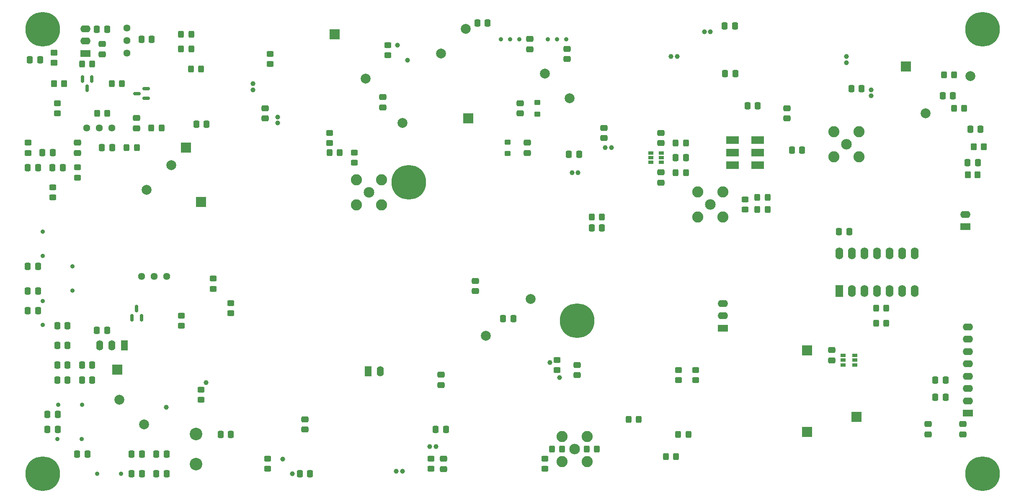
<source format=gbs>
G04 #@! TF.GenerationSoftware,KiCad,Pcbnew,6.0.2-378541a8eb~116~ubuntu20.04.1*
G04 #@! TF.CreationDate,2022-04-18T14:06:08-07:00*
G04 #@! TF.ProjectId,trx_mobo_concept_2,7472785f-6d6f-4626-9f5f-636f6e636570,rev?*
G04 #@! TF.SameCoordinates,Original*
G04 #@! TF.FileFunction,Soldermask,Bot*
G04 #@! TF.FilePolarity,Negative*
%FSLAX46Y46*%
G04 Gerber Fmt 4.6, Leading zero omitted, Abs format (unit mm)*
G04 Created by KiCad (PCBNEW 6.0.2-378541a8eb~116~ubuntu20.04.1) date 2022-04-18 14:06:08*
%MOMM*%
%LPD*%
G01*
G04 APERTURE LIST*
G04 Aperture macros list*
%AMRoundRect*
0 Rectangle with rounded corners*
0 $1 Rounding radius*
0 $2 $3 $4 $5 $6 $7 $8 $9 X,Y pos of 4 corners*
0 Add a 4 corners polygon primitive as box body*
4,1,4,$2,$3,$4,$5,$6,$7,$8,$9,$2,$3,0*
0 Add four circle primitives for the rounded corners*
1,1,$1+$1,$2,$3*
1,1,$1+$1,$4,$5*
1,1,$1+$1,$6,$7*
1,1,$1+$1,$8,$9*
0 Add four rect primitives between the rounded corners*
20,1,$1+$1,$2,$3,$4,$5,0*
20,1,$1+$1,$4,$5,$6,$7,0*
20,1,$1+$1,$6,$7,$8,$9,0*
20,1,$1+$1,$8,$9,$2,$3,0*%
G04 Aperture macros list end*
%ADD10R,2.100000X1.400000*%
%ADD11O,2.100000X1.400000*%
%ADD12RoundRect,0.250000X0.337500X0.475000X-0.337500X0.475000X-0.337500X-0.475000X0.337500X-0.475000X0*%
%ADD13RoundRect,0.250000X-0.337500X-0.475000X0.337500X-0.475000X0.337500X0.475000X-0.337500X0.475000X0*%
%ADD14C,0.800000*%
%ADD15C,7.000000*%
%ADD16C,2.150000*%
%ADD17C,2.250000*%
%ADD18O,1.400000X2.100000*%
%ADD19R,1.400000X2.100000*%
%ADD20C,2.000000*%
%ADD21C,1.000000*%
%ADD22C,1.440000*%
%ADD23R,2.032000X2.032000*%
%ADD24R,1.600000X2.400000*%
%ADD25O,1.600000X2.400000*%
%ADD26C,0.900000*%
%ADD27C,2.540000*%
%ADD28RoundRect,0.250000X0.350000X0.450000X-0.350000X0.450000X-0.350000X-0.450000X0.350000X-0.450000X0*%
%ADD29RoundRect,0.250000X-0.475000X0.337500X-0.475000X-0.337500X0.475000X-0.337500X0.475000X0.337500X0*%
%ADD30RoundRect,0.250000X0.475000X-0.337500X0.475000X0.337500X-0.475000X0.337500X-0.475000X-0.337500X0*%
%ADD31RoundRect,0.250000X0.325000X0.450000X-0.325000X0.450000X-0.325000X-0.450000X0.325000X-0.450000X0*%
%ADD32RoundRect,0.250000X0.350000X-0.275000X0.350000X0.275000X-0.350000X0.275000X-0.350000X-0.275000X0*%
%ADD33RoundRect,0.250000X-0.350000X0.275000X-0.350000X-0.275000X0.350000X-0.275000X0.350000X0.275000X0*%
%ADD34RoundRect,0.150000X-0.150000X0.587500X-0.150000X-0.587500X0.150000X-0.587500X0.150000X0.587500X0*%
%ADD35RoundRect,0.150000X0.587500X0.150000X-0.587500X0.150000X-0.587500X-0.150000X0.587500X-0.150000X0*%
%ADD36RoundRect,0.250000X-0.325000X-0.450000X0.325000X-0.450000X0.325000X0.450000X-0.325000X0.450000X0*%
%ADD37RoundRect,0.250000X0.450000X-0.325000X0.450000X0.325000X-0.450000X0.325000X-0.450000X-0.325000X0*%
%ADD38RoundRect,0.250000X-0.450000X0.325000X-0.450000X-0.325000X0.450000X-0.325000X0.450000X0.325000X0*%
%ADD39R,1.000000X0.700000*%
%ADD40R,1.060000X0.650000*%
%ADD41R,2.540000X1.650000*%
%ADD42RoundRect,0.150000X0.150000X-0.587500X0.150000X0.587500X-0.150000X0.587500X-0.150000X-0.587500X0*%
%ADD43RoundRect,0.250000X0.450000X-0.350000X0.450000X0.350000X-0.450000X0.350000X-0.450000X-0.350000X0*%
%ADD44RoundRect,0.250000X-0.350000X-0.450000X0.350000X-0.450000X0.350000X0.450000X-0.350000X0.450000X0*%
G04 APERTURE END LIST*
D10*
X63600000Y-59900000D03*
D11*
X63600000Y-54900000D03*
X63600000Y-57400000D03*
D12*
X54475000Y-61200000D03*
X52400000Y-61200000D03*
D13*
X86062500Y-74200000D03*
X88137500Y-74200000D03*
D14*
X53143845Y-53143845D03*
X56856155Y-53143845D03*
X57625000Y-55000000D03*
X53143845Y-56856155D03*
X52375000Y-55000000D03*
X55000000Y-57625000D03*
X55000000Y-52375000D03*
X56856155Y-56856155D03*
D15*
X55000000Y-55000000D03*
D14*
X245000000Y-57625000D03*
X245000000Y-52375000D03*
X246856155Y-53143845D03*
X243143845Y-53143845D03*
X246856155Y-56856155D03*
X242375000Y-55000000D03*
X247625000Y-55000000D03*
X243143845Y-56856155D03*
D15*
X245000000Y-55000000D03*
D14*
X57625000Y-145000000D03*
X56856155Y-146856155D03*
X56856155Y-143143845D03*
D15*
X55000000Y-145000000D03*
D14*
X55000000Y-142375000D03*
X53143845Y-146856155D03*
X55000000Y-147625000D03*
X53143845Y-143143845D03*
X52375000Y-145000000D03*
X242375000Y-145000000D03*
X246856155Y-143143845D03*
X247625000Y-145000000D03*
X245000000Y-147625000D03*
X245000000Y-142375000D03*
X243143845Y-143143845D03*
X246856155Y-146856155D03*
X243143845Y-146856155D03*
D15*
X245000000Y-145000000D03*
D14*
X161143845Y-115856155D03*
X161143845Y-112143845D03*
X163000000Y-116625000D03*
X163000000Y-111375000D03*
X160375000Y-114000000D03*
X165625000Y-114000000D03*
X164856155Y-115856155D03*
D15*
X163000000Y-114000000D03*
D14*
X164856155Y-112143845D03*
X130856155Y-87856155D03*
X129000000Y-83375000D03*
X130856155Y-84143845D03*
X127143845Y-84143845D03*
D15*
X129000000Y-86000000D03*
D14*
X131625000Y-86000000D03*
X126375000Y-86000000D03*
X127143845Y-87856155D03*
X129000000Y-88625000D03*
D16*
X121000000Y-88000000D03*
D17*
X118460000Y-85460000D03*
X123540000Y-85460000D03*
X118460000Y-90540000D03*
X123540000Y-90540000D03*
D10*
X241500000Y-95000000D03*
D11*
X241500000Y-92500000D03*
D10*
X192500000Y-115500000D03*
D11*
X192500000Y-113000000D03*
X192500000Y-110500000D03*
D16*
X217500000Y-78250000D03*
D17*
X214960000Y-75710000D03*
X220040000Y-75710000D03*
X214960000Y-80790000D03*
X220040000Y-80790000D03*
D18*
X66500000Y-119000000D03*
X69000000Y-119000000D03*
D19*
X71500000Y-119000000D03*
D16*
X190000000Y-90500000D03*
D17*
X187460000Y-87960000D03*
X192540000Y-87960000D03*
X187460000Y-93040000D03*
X192540000Y-93040000D03*
D10*
X242000000Y-132750000D03*
D11*
X242000000Y-130250000D03*
X242000000Y-127750000D03*
X242000000Y-125250000D03*
X242000000Y-122750000D03*
X242000000Y-120250000D03*
X242000000Y-117750000D03*
X242000000Y-115250000D03*
D20*
X70500000Y-130000000D03*
X75500000Y-135000000D03*
X76000000Y-87500000D03*
X81000000Y-82500000D03*
D21*
X88000000Y-126500000D03*
X80000000Y-131500000D03*
X157500000Y-122500000D03*
X159500000Y-125500000D03*
X128750000Y-61250000D03*
X126750000Y-58250000D03*
D20*
X161500000Y-69000000D03*
X156500000Y-64000000D03*
X140500000Y-54900000D03*
X135500000Y-59900000D03*
D22*
X75000000Y-105000000D03*
X77540000Y-105000000D03*
X80080000Y-105000000D03*
X72000000Y-59800000D03*
X72000000Y-57260000D03*
X72000000Y-54720000D03*
X69000000Y-75000000D03*
X66460000Y-75000000D03*
X63920000Y-75000000D03*
D21*
X102500000Y-74000000D03*
X97500000Y-66000000D03*
X102500000Y-72750000D03*
X97500000Y-67250000D03*
X134500000Y-139500000D03*
X126500000Y-144500000D03*
X133250000Y-139500000D03*
X127750000Y-144500000D03*
X170000000Y-79000000D03*
X162000000Y-84000000D03*
X168750000Y-79000000D03*
X163250000Y-84000000D03*
X190000000Y-55500000D03*
X182000000Y-60500000D03*
X188750000Y-55500000D03*
X183250000Y-60500000D03*
X222500000Y-68500000D03*
X217500000Y-60500000D03*
X222500000Y-67250000D03*
X217500000Y-61750000D03*
D23*
X87000000Y-90000000D03*
X141000000Y-73000000D03*
X229500000Y-62500000D03*
X70090000Y-123890000D03*
X219500000Y-133500000D03*
X209500000Y-136500000D03*
X209500000Y-120000000D03*
X114000000Y-56000000D03*
X84000000Y-79000000D03*
D24*
X216000000Y-108000000D03*
D25*
X218540000Y-108000000D03*
X221080000Y-108000000D03*
X223620000Y-108000000D03*
X226160000Y-108000000D03*
X228700000Y-108000000D03*
X231240000Y-108000000D03*
X231240000Y-100380000D03*
X228700000Y-100380000D03*
X226160000Y-100380000D03*
X223620000Y-100380000D03*
X221080000Y-100380000D03*
X218540000Y-100380000D03*
X216000000Y-100380000D03*
D26*
X55000000Y-96000000D03*
X55000000Y-100880000D03*
X61000000Y-103000000D03*
X61000000Y-107880000D03*
X55000000Y-110000000D03*
X55000000Y-114880000D03*
X63000000Y-131000000D03*
X58120000Y-131000000D03*
X58000000Y-138000000D03*
X62880000Y-138000000D03*
X66000000Y-145000000D03*
X70880000Y-145000000D03*
X160875000Y-57000000D03*
X159000000Y-57000000D03*
X157125000Y-57000000D03*
X147625000Y-57000000D03*
X149500000Y-57000000D03*
X151375000Y-57000000D03*
D27*
X86000000Y-136952000D03*
X86000000Y-143048000D03*
D21*
X105500000Y-145000000D03*
X103500000Y-142000000D03*
D20*
X144600000Y-117100000D03*
X153600000Y-109600000D03*
X127750000Y-74000000D03*
X120250000Y-65000000D03*
X242500000Y-64500000D03*
X233500000Y-72000000D03*
D16*
X162500000Y-140000000D03*
D17*
X159960000Y-142540000D03*
X159960000Y-137460000D03*
X165040000Y-142540000D03*
X165040000Y-137460000D03*
D19*
X120750000Y-124225000D03*
D18*
X123250000Y-124225000D03*
D28*
X59300000Y-66000000D03*
X57300000Y-66000000D03*
D12*
X68037500Y-116000000D03*
X65962500Y-116000000D03*
X237537500Y-126000000D03*
X235462500Y-126000000D03*
D29*
X67000000Y-57962500D03*
X67000000Y-60037500D03*
D12*
X237537500Y-129500000D03*
X235462500Y-129500000D03*
D29*
X241000000Y-134962500D03*
X241000000Y-137037500D03*
X234000000Y-134962500D03*
X234000000Y-137037500D03*
X214500000Y-119962500D03*
X214500000Y-122037500D03*
D12*
X60037500Y-115000000D03*
X57962500Y-115000000D03*
D13*
X62962500Y-126000000D03*
X65037500Y-126000000D03*
D12*
X60037500Y-119000000D03*
X57962500Y-119000000D03*
D13*
X62962500Y-123000000D03*
X65037500Y-123000000D03*
D12*
X54037500Y-103000000D03*
X51962500Y-103000000D03*
X54037500Y-112000000D03*
X51962500Y-112000000D03*
X54037500Y-108000000D03*
X51962500Y-108000000D03*
X58037500Y-136000000D03*
X55962500Y-136000000D03*
X64037500Y-141000000D03*
X61962500Y-141000000D03*
X60037500Y-123000000D03*
X57962500Y-123000000D03*
X60037500Y-126000000D03*
X57962500Y-126000000D03*
D13*
X72962500Y-145000000D03*
X75037500Y-145000000D03*
X72962500Y-141000000D03*
X75037500Y-141000000D03*
X77962500Y-145000000D03*
X80037500Y-145000000D03*
X77962500Y-141000000D03*
X80037500Y-141000000D03*
D30*
X100000000Y-73037500D03*
X100000000Y-70962500D03*
D13*
X134462500Y-136000000D03*
X136537500Y-136000000D03*
D30*
X108000000Y-136037500D03*
X108000000Y-133962500D03*
X135500000Y-127037500D03*
X135500000Y-124962500D03*
D13*
X215962500Y-96000000D03*
X218037500Y-96000000D03*
X148062500Y-113600000D03*
X150137500Y-113600000D03*
D29*
X163000000Y-122962500D03*
X163000000Y-125037500D03*
D31*
X71025000Y-66000000D03*
X68975000Y-66000000D03*
D29*
X142500000Y-105962500D03*
X142500000Y-108037500D03*
D12*
X77037500Y-57000000D03*
X74962500Y-57000000D03*
X69037500Y-79000000D03*
X66962500Y-79000000D03*
D30*
X62000000Y-80037500D03*
X62000000Y-77962500D03*
D13*
X56962500Y-83000000D03*
X59037500Y-83000000D03*
X51962500Y-83000000D03*
X54037500Y-83000000D03*
D12*
X57037500Y-80000000D03*
X54962500Y-80000000D03*
D30*
X74000000Y-75037500D03*
X74000000Y-72962500D03*
X123750000Y-70825000D03*
X123750000Y-68750000D03*
D29*
X153500000Y-56962500D03*
X153500000Y-59037500D03*
D30*
X168500000Y-77037500D03*
X168500000Y-74962500D03*
D13*
X161362500Y-80300000D03*
X163437500Y-80300000D03*
D31*
X74025000Y-79000000D03*
X71975000Y-79000000D03*
D13*
X182962500Y-81000000D03*
X185037500Y-81000000D03*
D29*
X153000000Y-77962500D03*
X153000000Y-80037500D03*
D30*
X151500000Y-72037500D03*
X151500000Y-69962500D03*
D29*
X180000000Y-83962500D03*
X180000000Y-86037500D03*
D30*
X180000000Y-78037500D03*
X180000000Y-75962500D03*
D13*
X192862500Y-54300000D03*
X194937500Y-54300000D03*
X197462500Y-70500000D03*
X199537500Y-70500000D03*
D12*
X195037500Y-64000000D03*
X192962500Y-64000000D03*
D13*
X206462500Y-79500000D03*
X208537500Y-79500000D03*
D30*
X205500000Y-73037500D03*
X205500000Y-70962500D03*
D12*
X220537500Y-67000000D03*
X218462500Y-67000000D03*
X239000000Y-68500000D03*
X236925000Y-68500000D03*
D32*
X149000000Y-80150000D03*
X149000000Y-77850000D03*
D33*
X155000000Y-69850000D03*
X155000000Y-72150000D03*
D34*
X63050000Y-65062500D03*
X64950000Y-65062500D03*
X64000000Y-66937500D03*
D35*
X75937500Y-67050000D03*
X75937500Y-68950000D03*
X74062500Y-68000000D03*
D36*
X223475000Y-114500000D03*
X225525000Y-114500000D03*
X223475000Y-111500000D03*
X225525000Y-111500000D03*
D37*
X89500000Y-107550000D03*
X89500000Y-105500000D03*
X93000000Y-112525000D03*
X93000000Y-110475000D03*
D38*
X83000000Y-112975000D03*
X83000000Y-115025000D03*
D36*
X157975000Y-140000000D03*
X160025000Y-140000000D03*
X164975000Y-140000000D03*
X167025000Y-140000000D03*
D38*
X156500000Y-141975000D03*
X156500000Y-144025000D03*
D37*
X159000000Y-124025000D03*
X159000000Y-121975000D03*
D36*
X183475000Y-137000000D03*
X185525000Y-137000000D03*
D31*
X183025000Y-141500000D03*
X180975000Y-141500000D03*
D37*
X183500000Y-126025000D03*
X183500000Y-123975000D03*
D31*
X175525000Y-134000000D03*
X173475000Y-134000000D03*
D37*
X187000000Y-126025000D03*
X187000000Y-123975000D03*
D31*
X85025000Y-56000000D03*
X82975000Y-56000000D03*
X85025000Y-59000000D03*
X82975000Y-59000000D03*
X87025000Y-63000000D03*
X84975000Y-63000000D03*
D38*
X101000000Y-59975000D03*
X101000000Y-62025000D03*
D31*
X68025000Y-72000000D03*
X65975000Y-72000000D03*
D36*
X62975000Y-62000000D03*
X65025000Y-62000000D03*
X76975000Y-75000000D03*
X79025000Y-75000000D03*
D38*
X62000000Y-82975000D03*
X62000000Y-85025000D03*
X57000000Y-86975000D03*
X57000000Y-89025000D03*
D37*
X52000000Y-80025000D03*
X52000000Y-77975000D03*
X58000000Y-72025000D03*
X58000000Y-69975000D03*
D36*
X112975000Y-80000000D03*
X115025000Y-80000000D03*
D38*
X118000000Y-79975000D03*
X118000000Y-82025000D03*
D37*
X113000000Y-78025000D03*
X113000000Y-75975000D03*
X124750000Y-60275000D03*
X124750000Y-58225000D03*
D31*
X168025000Y-93000000D03*
X165975000Y-93000000D03*
D36*
X182975000Y-84000000D03*
X185025000Y-84000000D03*
X182975000Y-78000000D03*
X185025000Y-78000000D03*
D38*
X197000000Y-89475000D03*
X197000000Y-91525000D03*
D36*
X199475000Y-91500000D03*
X201525000Y-91500000D03*
X199475000Y-89000000D03*
X201525000Y-89000000D03*
D31*
X239250000Y-64250000D03*
X237200000Y-64250000D03*
D36*
X239225000Y-71000000D03*
X241275000Y-71000000D03*
D39*
X216800000Y-122950000D03*
X216800000Y-122000000D03*
X216800000Y-121050000D03*
X219200000Y-121050000D03*
X219200000Y-122000000D03*
X219200000Y-122950000D03*
D40*
X177900000Y-81950000D03*
X177900000Y-81000000D03*
X177900000Y-80050000D03*
X180100000Y-80050000D03*
X180100000Y-81000000D03*
X180100000Y-81950000D03*
D41*
X194460000Y-82540000D03*
X194460000Y-80000000D03*
X194460000Y-77460000D03*
X199540000Y-77460000D03*
X199540000Y-80000000D03*
X199540000Y-82540000D03*
D12*
X58037500Y-133000000D03*
X55962500Y-133000000D03*
D38*
X133500000Y-141975000D03*
X133500000Y-144025000D03*
X87000000Y-127975000D03*
X87000000Y-130025000D03*
D37*
X100500000Y-144025000D03*
X100500000Y-141975000D03*
D12*
X93037500Y-137000000D03*
X90962500Y-137000000D03*
D42*
X74950000Y-113437500D03*
X73050000Y-113437500D03*
X74000000Y-111562500D03*
D13*
X106962500Y-145000000D03*
X109037500Y-145000000D03*
D29*
X136000000Y-141962500D03*
X136000000Y-144037500D03*
X161000000Y-58962500D03*
X161000000Y-61037500D03*
D13*
X142862500Y-53700000D03*
X144937500Y-53700000D03*
X165962500Y-95200000D03*
X168037500Y-95200000D03*
D12*
X68037500Y-55000000D03*
X65962500Y-55000000D03*
D28*
X245250000Y-78750000D03*
X243250000Y-78750000D03*
D13*
X241962500Y-82000000D03*
X244037500Y-82000000D03*
D43*
X57250000Y-61750000D03*
X57250000Y-59750000D03*
D44*
X242000000Y-84500000D03*
X244000000Y-84500000D03*
D12*
X244575000Y-75250000D03*
X242500000Y-75250000D03*
M02*

</source>
